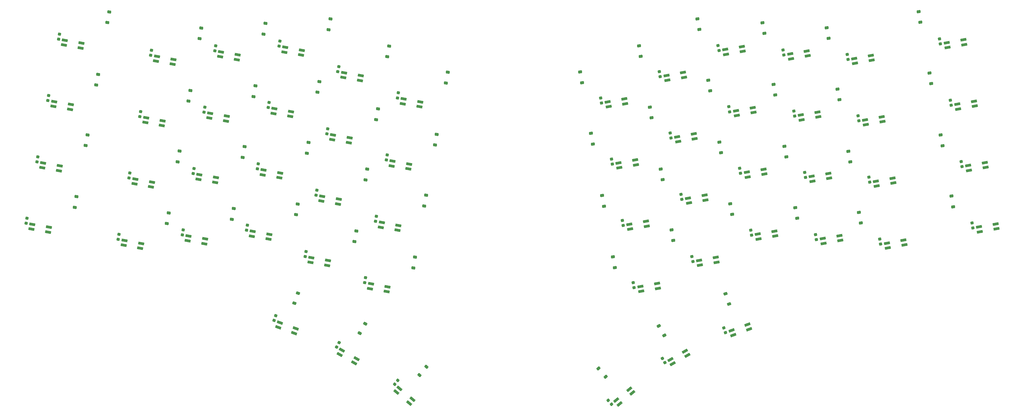
<source format=gbr>
%TF.GenerationSoftware,KiCad,Pcbnew,8.0.0*%
%TF.CreationDate,2024-04-28T13:48:32+02:00*%
%TF.ProjectId,phnx,70686e78-2e6b-4696-9361-645f70636258,A*%
%TF.SameCoordinates,Original*%
%TF.FileFunction,Paste,Bot*%
%TF.FilePolarity,Positive*%
%FSLAX46Y46*%
G04 Gerber Fmt 4.6, Leading zero omitted, Abs format (unit mm)*
G04 Created by KiCad (PCBNEW 8.0.0) date 2024-04-28 13:48:32*
%MOMM*%
%LPD*%
G01*
G04 APERTURE LIST*
G04 Aperture macros list*
%AMRoundRect*
0 Rectangle with rounded corners*
0 $1 Rounding radius*
0 $2 $3 $4 $5 $6 $7 $8 $9 X,Y pos of 4 corners*
0 Add a 4 corners polygon primitive as box body*
4,1,4,$2,$3,$4,$5,$6,$7,$8,$9,$2,$3,0*
0 Add four circle primitives for the rounded corners*
1,1,$1+$1,$2,$3*
1,1,$1+$1,$4,$5*
1,1,$1+$1,$6,$7*
1,1,$1+$1,$8,$9*
0 Add four rect primitives between the rounded corners*
20,1,$1+$1,$2,$3,$4,$5,0*
20,1,$1+$1,$4,$5,$6,$7,0*
20,1,$1+$1,$6,$7,$8,$9,0*
20,1,$1+$1,$8,$9,$2,$3,0*%
%AMRotRect*
0 Rectangle, with rotation*
0 The origin of the aperture is its center*
0 $1 length*
0 $2 width*
0 $3 Rotation angle, in degrees counterclockwise*
0 Add horizontal line*
21,1,$1,$2,0,0,$3*%
G04 Aperture macros list end*
%ADD10RoundRect,0.225000X-0.408374X0.156464X-0.330232X-0.286700X0.408374X-0.156464X0.330232X0.286700X0*%
%ADD11RoundRect,0.225000X0.207131X-0.264994X0.285273X0.178170X-0.207131X0.264994X-0.285273X-0.178170X0*%
%ADD12RotRect,1.800000X0.820000X190.000000*%
%ADD13RoundRect,0.225000X0.104006X-0.319856X0.329006X0.069856X-0.104006X0.319856X-0.329006X-0.069856X0*%
%ADD14RoundRect,0.225000X0.285273X-0.178170X0.207131X0.264994X-0.285273X0.178170X-0.207131X-0.264994X0*%
%ADD15RotRect,1.800000X0.820000X170.000000*%
%ADD16RoundRect,0.225000X-0.330232X0.286700X-0.408374X-0.156464X0.330232X-0.286700X0.408374X0.156464X0*%
%ADD17RoundRect,0.225000X-0.275430X0.339688X-0.429339X-0.083173X0.275430X-0.339688X0.429339X0.083173X0*%
%ADD18RotRect,1.800000X0.820000X210.000000*%
%ADD19RoundRect,0.225000X-0.437260X0.007356X-0.212260X-0.382356X0.437260X-0.007356X0.212260X0.382356X0*%
%ADD20RotRect,1.800000X0.820000X150.000000*%
%ADD21RotRect,1.800000X0.820000X160.000000*%
%ADD22RoundRect,0.225000X0.046884X-0.333057X0.336138X0.011663X-0.046884X0.333057X-0.336138X-0.011663X0*%
%ADD23RoundRect,0.225000X0.157969X-0.296936X0.311878X0.125926X-0.157969X0.296936X-0.311878X-0.125926X0*%
%ADD24RoundRect,0.225000X-0.212260X0.382356X-0.437260X-0.007356X0.212260X-0.382356X0.437260X0.007356X0*%
%ADD25RotRect,1.800000X0.820000X140.000000*%
%ADD26RoundRect,0.225000X-0.431894X-0.068685X-0.142639X-0.413405X0.431894X0.068685X0.142639X0.413405X0*%
%ADD27RoundRect,0.225000X0.329006X-0.069856X0.104006X0.319856X-0.329006X0.069856X-0.104006X-0.319856X0*%
%ADD28RotRect,1.800000X0.820000X200.000000*%
%ADD29RoundRect,0.225000X-0.142639X0.413405X-0.431894X0.068685X0.142639X-0.413405X0.431894X-0.068685X0*%
%ADD30RotRect,1.800000X0.820000X220.000000*%
%ADD31RoundRect,0.225000X0.336138X-0.011663X0.046884X0.333057X-0.336138X0.011663X-0.046884X-0.333057X0*%
%ADD32RoundRect,0.225000X-0.429339X0.083173X-0.275430X-0.339688X0.429339X-0.083173X0.275430X0.339688X0*%
%ADD33RoundRect,0.225000X0.311878X-0.125926X0.157969X0.296936X-0.311878X0.125926X-0.157969X-0.296936X0*%
G04 APERTURE END LIST*
D10*
%TO.C,D429*%
X232214762Y-113437418D03*
X232787800Y-116687284D03*
%TD*%
D11*
%TO.C,C506*%
X94786984Y-108338943D03*
X95056138Y-106812491D03*
%TD*%
D12*
%TO.C,D536*%
X265115042Y-152167744D03*
X265375514Y-153644956D03*
X270447274Y-152750668D03*
X270186802Y-151273456D03*
%TD*%
D13*
%TO.C,C522*%
X154694786Y-178609388D03*
X155469784Y-177267048D03*
%TD*%
D14*
%TO.C,C549*%
X317094739Y-128355288D03*
X316825585Y-126828836D03*
%TD*%
D15*
%TO.C,D521*%
X147042981Y-151316019D03*
X146782509Y-152793231D03*
X151854269Y-153687519D03*
X152114741Y-152210307D03*
%TD*%
D11*
%TO.C,C512*%
X107724531Y-144383115D03*
X107993685Y-142856663D03*
%TD*%
D16*
%TO.C,D415*%
X146196683Y-116236116D03*
X145623645Y-119485982D03*
%TD*%
D10*
%TO.C,D448*%
X307313049Y-99946785D03*
X307886087Y-103196651D03*
%TD*%
D14*
%TO.C,C550*%
X320424358Y-147238496D03*
X320155204Y-145712044D03*
%TD*%
D16*
%TO.C,D404*%
X75503977Y-132756440D03*
X74930939Y-136006306D03*
%TD*%
D15*
%TO.C,D510*%
X116218915Y-107294692D03*
X115958443Y-108771904D03*
X121030203Y-109666192D03*
X121290675Y-108188980D03*
%TD*%
D17*
%TO.C,D417*%
X142946662Y-162141602D03*
X141817996Y-165242588D03*
%TD*%
D11*
%TO.C,C501*%
X70019281Y-84678622D03*
X70288435Y-83152170D03*
%TD*%
D10*
%TO.C,D428*%
X228915447Y-94726070D03*
X229488485Y-97975936D03*
%TD*%
D18*
%TO.C,D537*%
X256359693Y-182423682D03*
X257109693Y-183722720D03*
X261569723Y-181147720D03*
X260819723Y-179848682D03*
%TD*%
D12*
%TO.C,D541*%
X283001560Y-144190592D03*
X283262032Y-145667804D03*
X288333792Y-144773516D03*
X288073320Y-143296304D03*
%TD*%
D16*
%TO.C,D403*%
X78828474Y-113902296D03*
X78255436Y-117152162D03*
%TD*%
D10*
%TO.C,D436*%
X256699911Y-142882961D03*
X257272949Y-146132827D03*
%TD*%
D12*
%TO.C,D548*%
X315691181Y-109309669D03*
X315951653Y-110786881D03*
X321023413Y-109892593D03*
X320762941Y-108415381D03*
%TD*%
D16*
%TO.C,D413*%
X152838727Y-78567222D03*
X152265689Y-81817088D03*
%TD*%
D12*
%TO.C,D531*%
X247228523Y-160144897D03*
X247488995Y-161622109D03*
X252560755Y-160727821D03*
X252300283Y-159250609D03*
%TD*%
D11*
%TO.C,C505*%
X98086302Y-89627595D03*
X98355456Y-88101143D03*
%TD*%
%TO.C,C503*%
X63420648Y-122101315D03*
X63689802Y-120574863D03*
%TD*%
D10*
%TO.C,D435*%
X253427511Y-124324260D03*
X254000549Y-127574126D03*
%TD*%
%TO.C,D445*%
X291093554Y-117378090D03*
X291666592Y-120627956D03*
%TD*%
%TO.C,D443*%
X284451512Y-79709193D03*
X285024550Y-82959059D03*
%TD*%
D12*
%TO.C,D553*%
X347087821Y-123243904D03*
X347348293Y-124721116D03*
X352420053Y-123826828D03*
X352159581Y-122349616D03*
%TD*%
%TO.C,D554*%
X350391477Y-141979869D03*
X350651949Y-143457081D03*
X355723709Y-142562793D03*
X355463237Y-141085581D03*
%TD*%
D11*
%TO.C,C519*%
X151745854Y-113559051D03*
X152015008Y-112032599D03*
%TD*%
D19*
%TO.C,D437*%
X252854196Y-172201983D03*
X254504196Y-175059867D03*
%TD*%
D12*
%TO.C,D552*%
X343788505Y-104532555D03*
X344048977Y-106009767D03*
X349120737Y-105115479D03*
X348860265Y-103638267D03*
%TD*%
D14*
%TO.C,C540*%
X277776185Y-125641659D03*
X277507031Y-124115207D03*
%TD*%
D11*
%TO.C,C502*%
X66719963Y-103389971D03*
X66989117Y-101863519D03*
%TD*%
%TO.C,C524*%
X169878576Y-121579616D03*
X170147730Y-120053164D03*
%TD*%
D15*
%TO.C,D509*%
X119518231Y-88583346D03*
X119257759Y-90060558D03*
X124329519Y-90954846D03*
X124589991Y-89477634D03*
%TD*%
D12*
%TO.C,D547*%
X312391864Y-90598321D03*
X312652336Y-92075533D03*
X317724096Y-91181245D03*
X317463624Y-89704033D03*
%TD*%
%TO.C,D535*%
X261772314Y-133210196D03*
X262032786Y-134687408D03*
X267104546Y-133793120D03*
X266844074Y-132315908D03*
%TD*%
D14*
%TO.C,C536*%
X263223628Y-152526638D03*
X262954474Y-151000186D03*
%TD*%
D16*
%TO.C,D414*%
X149469951Y-97672491D03*
X148896913Y-100922357D03*
%TD*%
%TO.C,D406*%
X110151396Y-100386124D03*
X109578358Y-103635990D03*
%TD*%
D10*
%TO.C,D454*%
X341955508Y-132576908D03*
X342528546Y-135826774D03*
%TD*%
%TO.C,D447*%
X303964494Y-81244117D03*
X304537532Y-84493983D03*
%TD*%
D16*
%TO.C,D416*%
X142889552Y-134991784D03*
X142316514Y-138241650D03*
%TD*%
D20*
%TO.C,D522*%
X156361883Y-179571888D03*
X155611883Y-180870926D03*
X160071913Y-183445926D03*
X160821913Y-182146888D03*
%TD*%
D15*
%TO.C,D507*%
X93383423Y-127384564D03*
X93122951Y-128861776D03*
X98194711Y-129756064D03*
X98455183Y-128278852D03*
%TD*%
D16*
%TO.C,D425*%
X181943674Y-132338144D03*
X181370636Y-135588010D03*
%TD*%
D11*
%TO.C,C510*%
X114347783Y-106964763D03*
X114616937Y-105438311D03*
%TD*%
D15*
%TO.C,D505*%
X99982056Y-89961866D03*
X99721584Y-91439078D03*
X104793344Y-92333366D03*
X105053816Y-90856154D03*
%TD*%
D16*
%TO.C,D411*%
X126677873Y-117516159D03*
X126104835Y-120766025D03*
%TD*%
D11*
%TO.C,C507*%
X91487669Y-127050289D03*
X91756823Y-125523837D03*
%TD*%
D12*
%TO.C,D538*%
X273073311Y-87884690D03*
X273333783Y-89361902D03*
X278405543Y-88467614D03*
X278145071Y-86990402D03*
%TD*%
D11*
%TO.C,C511*%
X111023845Y-125671770D03*
X111292999Y-124145318D03*
%TD*%
D10*
%TO.C,D453*%
X338672690Y-113959119D03*
X339245728Y-117208985D03*
%TD*%
D21*
%TO.C,D517*%
X137455184Y-171162425D03*
X136942153Y-172571965D03*
X141781570Y-174333367D03*
X142294601Y-172923827D03*
%TD*%
D10*
%TO.C,D446*%
X294392870Y-136089437D03*
X294965908Y-139339303D03*
%TD*%
D22*
%TO.C,C527*%
X172375909Y-189980262D03*
X173372229Y-188792892D03*
%TD*%
D15*
%TO.C,D511*%
X112919600Y-126006041D03*
X112659128Y-127483253D03*
X117730888Y-128377541D03*
X117991360Y-126900329D03*
%TD*%
D11*
%TO.C,C504*%
X60121336Y-140812666D03*
X60390490Y-139286214D03*
%TD*%
D10*
%TO.C,D444*%
X287768191Y-98519023D03*
X288341229Y-101768889D03*
%TD*%
D14*
%TO.C,C543*%
X290959933Y-89554074D03*
X290690779Y-88027622D03*
%TD*%
D16*
%TO.C,D410*%
X129952008Y-98947609D03*
X129378970Y-102197475D03*
%TD*%
D12*
%TO.C,D533*%
X255173684Y-95787500D03*
X255434156Y-97264712D03*
X260505916Y-96370424D03*
X260245444Y-94893212D03*
%TD*%
D16*
%TO.C,D408*%
X103570999Y-137705412D03*
X102997961Y-140955278D03*
%TD*%
D10*
%TO.C,D451*%
X331982274Y-76303829D03*
X332555312Y-79553695D03*
%TD*%
D11*
%TO.C,C516*%
X133859338Y-105581897D03*
X134128492Y-104055445D03*
%TD*%
D16*
%TO.C,D401*%
X85445337Y-76376196D03*
X84872299Y-79626062D03*
%TD*%
D15*
%TO.C,D506*%
X96682741Y-108673215D03*
X96422269Y-110150427D03*
X101494029Y-111044715D03*
X101754501Y-109567503D03*
%TD*%
%TO.C,D524*%
X171774331Y-121913886D03*
X171513859Y-123391098D03*
X176585619Y-124285386D03*
X176846091Y-122808174D03*
%TD*%
D11*
%TO.C,C518*%
X155088584Y-94601500D03*
X155357738Y-93075048D03*
%TD*%
D14*
%TO.C,C541*%
X281105805Y-144524865D03*
X280836651Y-142998413D03*
%TD*%
D15*
%TO.C,D518*%
X156984338Y-94935775D03*
X156723866Y-96412987D03*
X161795626Y-97307275D03*
X162056098Y-95830063D03*
%TD*%
D11*
%TO.C,C521*%
X145147226Y-150981746D03*
X145416380Y-149455294D03*
%TD*%
D16*
%TO.C,D405*%
X113512358Y-81325169D03*
X112939320Y-84575035D03*
%TD*%
D23*
%TO.C,C517*%
X135646274Y-170504038D03*
X136176404Y-169047514D03*
%TD*%
D12*
%TO.C,D549*%
X318990496Y-128021018D03*
X319250968Y-129498230D03*
X324322728Y-128603942D03*
X324062256Y-127126730D03*
%TD*%
D24*
%TO.C,D422*%
X163408884Y-171516120D03*
X161758884Y-174374004D03*
%TD*%
D16*
%TO.C,D426*%
X178619178Y-151192289D03*
X178046140Y-154442155D03*
%TD*%
%TO.C,D407*%
X106895495Y-118851268D03*
X106322457Y-122101134D03*
%TD*%
D15*
%TO.C,D514*%
X135755091Y-105916172D03*
X135494619Y-107393384D03*
X140566379Y-108287672D03*
X140826851Y-106810460D03*
%TD*%
D12*
%TO.C,D543*%
X292855689Y-89219801D03*
X293116161Y-90697013D03*
X298187921Y-89802725D03*
X297927449Y-88325513D03*
%TD*%
D11*
%TO.C,C523*%
X173221303Y-102622066D03*
X173490457Y-101095614D03*
%TD*%
D25*
%TO.C,D527*%
X173850545Y-191217627D03*
X172886364Y-192366693D03*
X176831493Y-195677049D03*
X177795674Y-194527983D03*
%TD*%
D16*
%TO.C,D402*%
X82084375Y-95437152D03*
X81511337Y-98687018D03*
%TD*%
D14*
%TO.C,C545*%
X297545455Y-126902425D03*
X297276301Y-125375973D03*
%TD*%
D16*
%TO.C,D412*%
X123353378Y-136370301D03*
X122780340Y-139620167D03*
%TD*%
D15*
%TO.C,D503*%
X65316403Y-122435591D03*
X65055931Y-123912803D03*
X70127691Y-124807091D03*
X70388163Y-123329879D03*
%TD*%
D10*
%TO.C,D440*%
X271270618Y-116100903D03*
X271843656Y-119350769D03*
%TD*%
%TO.C,D434*%
X250101280Y-105460264D03*
X250674318Y-108710130D03*
%TD*%
D15*
%TO.C,D515*%
X132455777Y-124627517D03*
X132195305Y-126104729D03*
X137267065Y-126999017D03*
X137527537Y-125521805D03*
%TD*%
%TO.C,D523*%
X175117057Y-102956341D03*
X174856585Y-104433553D03*
X179928345Y-105327841D03*
X180188817Y-103850629D03*
%TD*%
D16*
%TO.C,D419*%
X167295693Y-105994325D03*
X166722655Y-109244191D03*
%TD*%
D15*
%TO.C,D525*%
X168475017Y-140625236D03*
X168214545Y-142102448D03*
X173286305Y-142996736D03*
X173546777Y-141519524D03*
%TD*%
D14*
%TO.C,C546*%
X300888183Y-145859974D03*
X300619029Y-144333522D03*
%TD*%
D26*
%TO.C,D432*%
X234512107Y-185128729D03*
X236633307Y-187656675D03*
%TD*%
D11*
%TO.C,C508*%
X88188356Y-145761637D03*
X88457510Y-144235185D03*
%TD*%
D14*
%TO.C,C539*%
X274463761Y-106855969D03*
X274194607Y-105329517D03*
%TD*%
D27*
%TO.C,C537*%
X254692592Y-183386184D03*
X253917594Y-182043844D03*
%TD*%
D12*
%TO.C,D550*%
X322320116Y-146904223D03*
X322580588Y-148381435D03*
X327652348Y-147487147D03*
X327391876Y-146009935D03*
%TD*%
D15*
%TO.C,D516*%
X129156460Y-143338867D03*
X128895988Y-144816079D03*
X133967748Y-145710367D03*
X134228220Y-144233155D03*
%TD*%
D28*
%TO.C,D542*%
X274983532Y-173525174D03*
X275496563Y-174934714D03*
X280335980Y-173173312D03*
X279822949Y-171763772D03*
%TD*%
D15*
%TO.C,D501*%
X71915035Y-85012892D03*
X71654563Y-86490104D03*
X76726323Y-87384392D03*
X76986795Y-85907180D03*
%TD*%
D14*
%TO.C,C553*%
X345192065Y-123578175D03*
X344922911Y-122051723D03*
%TD*%
D12*
%TO.C,D529*%
X240586480Y-122476001D03*
X240846952Y-123953213D03*
X245918712Y-123058925D03*
X245658240Y-121581713D03*
%TD*%
D16*
%TO.C,D418*%
X170674017Y-86834892D03*
X170100979Y-90084758D03*
%TD*%
D14*
%TO.C,C534*%
X256577243Y-114833122D03*
X256308089Y-113306670D03*
%TD*%
D11*
%TO.C,C526*%
X163279946Y-159002309D03*
X163549100Y-157475857D03*
%TD*%
D12*
%TO.C,D546*%
X302783938Y-145525703D03*
X303044410Y-147002915D03*
X308116170Y-146108627D03*
X307855698Y-144631415D03*
%TD*%
D10*
%TO.C,D441*%
X274586430Y-134905808D03*
X275159468Y-138155674D03*
%TD*%
D14*
%TO.C,C531*%
X245332767Y-160479170D03*
X245063613Y-158952718D03*
%TD*%
D29*
%TO.C,D427*%
X182096156Y-184619019D03*
X179974954Y-187146965D03*
%TD*%
D14*
%TO.C,C554*%
X348495722Y-142314144D03*
X348226568Y-140787692D03*
%TD*%
D30*
%TO.C,D532*%
X239900024Y-194777927D03*
X240864205Y-195926993D03*
X244809334Y-192616637D03*
X243845153Y-191467571D03*
%TD*%
D14*
%TO.C,C544*%
X294246140Y-108191079D03*
X293976986Y-106664627D03*
%TD*%
D10*
%TO.C,D433*%
X246801965Y-86748920D03*
X247375003Y-89998786D03*
%TD*%
D15*
%TO.C,D508*%
X90084109Y-146095907D03*
X89823637Y-147573119D03*
X94895397Y-148467407D03*
X95155869Y-146990195D03*
%TD*%
D12*
%TO.C,D530*%
X243885796Y-141187347D03*
X244146268Y-142664559D03*
X249218028Y-141770271D03*
X248957556Y-140293059D03*
%TD*%
D15*
%TO.C,D519*%
X153641609Y-113893326D03*
X153381137Y-115370538D03*
X158452897Y-116264826D03*
X158713369Y-114787614D03*
%TD*%
D31*
%TO.C,C532*%
X238425388Y-196015293D03*
X237429068Y-194827923D03*
%TD*%
D14*
%TO.C,C548*%
X313795424Y-109643943D03*
X313526270Y-108117491D03*
%TD*%
D10*
%TO.C,D438*%
X264645940Y-78530490D03*
X265218978Y-81780356D03*
%TD*%
D15*
%TO.C,D526*%
X165175699Y-159336585D03*
X164915227Y-160813797D03*
X169986987Y-161708085D03*
X170247459Y-160230873D03*
%TD*%
D12*
%TO.C,D544*%
X296141896Y-107856805D03*
X296402368Y-109334017D03*
X301474128Y-108439729D03*
X301213656Y-106962517D03*
%TD*%
D15*
%TO.C,D512*%
X109620284Y-144717389D03*
X109359812Y-146194601D03*
X114431572Y-147088889D03*
X114692044Y-145611677D03*
%TD*%
%TO.C,D502*%
X68689580Y-103737264D03*
X68429108Y-105214476D03*
X73500868Y-106108764D03*
X73761340Y-104631552D03*
%TD*%
D11*
%TO.C,C514*%
X130560022Y-124293246D03*
X130829176Y-122766794D03*
%TD*%
%TO.C,C525*%
X166579260Y-140290963D03*
X166848414Y-138764511D03*
%TD*%
D10*
%TO.C,D450*%
X313839247Y-137534565D03*
X314412285Y-140784431D03*
%TD*%
D14*
%TO.C,C551*%
X338593433Y-86155480D03*
X338324279Y-84629028D03*
%TD*%
D12*
%TO.C,D539*%
X276359517Y-106521697D03*
X276619989Y-107998909D03*
X281691749Y-107104621D03*
X281431277Y-105627409D03*
%TD*%
D15*
%TO.C,D513*%
X139054407Y-87204825D03*
X138793935Y-88682037D03*
X143865695Y-89576325D03*
X144126167Y-88099113D03*
%TD*%
D32*
%TO.C,D442*%
X273135260Y-162380199D03*
X274263926Y-165481185D03*
%TD*%
D11*
%TO.C,C520*%
X148446542Y-132270401D03*
X148715696Y-130743949D03*
%TD*%
D15*
%TO.C,D504*%
X62017088Y-141146934D03*
X61756616Y-142624146D03*
X66828376Y-143518434D03*
X67088848Y-142041222D03*
%TD*%
D10*
%TO.C,D431*%
X238856804Y-151106313D03*
X239429842Y-154356179D03*
%TD*%
D15*
%TO.C,D520*%
X150342295Y-132604670D03*
X150081823Y-134081882D03*
X155153583Y-134976170D03*
X155414055Y-133498958D03*
%TD*%
D12*
%TO.C,D534*%
X258472998Y-114498848D03*
X258733470Y-115976060D03*
X263805230Y-115081772D03*
X263544758Y-113604560D03*
%TD*%
D16*
%TO.C,D424*%
X185225623Y-113725277D03*
X184652585Y-116975143D03*
%TD*%
D12*
%TO.C,D551*%
X340579799Y-85795797D03*
X340840271Y-87273009D03*
X345912031Y-86378721D03*
X345651559Y-84901509D03*
%TD*%
D11*
%TO.C,C509*%
X117622476Y-88249072D03*
X117891630Y-86722620D03*
%TD*%
D16*
%TO.C,D420*%
X164057153Y-124360992D03*
X163484115Y-127610858D03*
%TD*%
%TO.C,D421*%
X160732659Y-143215135D03*
X160159621Y-146465001D03*
%TD*%
D14*
%TO.C,C535*%
X259880900Y-133569087D03*
X259611746Y-132042635D03*
%TD*%
%TO.C,C528*%
X235404519Y-104173269D03*
X235135365Y-102646817D03*
%TD*%
D12*
%TO.C,D528*%
X237300274Y-103838996D03*
X237560746Y-105316208D03*
X242632506Y-104421920D03*
X242372034Y-102944708D03*
%TD*%
D33*
%TO.C,C542*%
X273174624Y-174183567D03*
X272644494Y-172727043D03*
%TD*%
D12*
%TO.C,D545*%
X299441211Y-126568152D03*
X299701683Y-128045364D03*
X304773443Y-127151076D03*
X304512971Y-125673864D03*
%TD*%
D14*
%TO.C,C538*%
X271177554Y-88218963D03*
X270908400Y-86692511D03*
%TD*%
D10*
%TO.C,D449*%
X310605669Y-118908092D03*
X311178707Y-122157958D03*
%TD*%
D11*
%TO.C,C513*%
X137158652Y-86870553D03*
X137427806Y-85344101D03*
%TD*%
D16*
%TO.C,D423*%
X188560537Y-94812044D03*
X187987499Y-98061910D03*
%TD*%
D14*
%TO.C,C533*%
X253277928Y-96121774D03*
X253008774Y-94595322D03*
%TD*%
D16*
%TO.C,D409*%
X133056348Y-79902331D03*
X132483310Y-83152197D03*
%TD*%
D10*
%TO.C,D439*%
X267945255Y-97241836D03*
X268518293Y-100491702D03*
%TD*%
%TO.C,D452*%
X335281590Y-95015174D03*
X335854628Y-98265040D03*
%TD*%
%TO.C,D430*%
X235557490Y-132394966D03*
X236130528Y-135644832D03*
%TD*%
D14*
%TO.C,C547*%
X310487426Y-90883353D03*
X310218272Y-89356901D03*
%TD*%
D11*
%TO.C,C515*%
X127260707Y-143004596D03*
X127529861Y-141478144D03*
%TD*%
D14*
%TO.C,C530*%
X241994381Y-141546242D03*
X241725227Y-140019790D03*
%TD*%
%TO.C,C552*%
X341892750Y-104866829D03*
X341623596Y-103340377D03*
%TD*%
D12*
%TO.C,D540*%
X279671944Y-125307386D03*
X279932416Y-126784598D03*
X285004176Y-125890310D03*
X284743704Y-124413098D03*
%TD*%
D14*
%TO.C,C529*%
X238695067Y-122834893D03*
X238425913Y-121308441D03*
%TD*%
M02*

</source>
